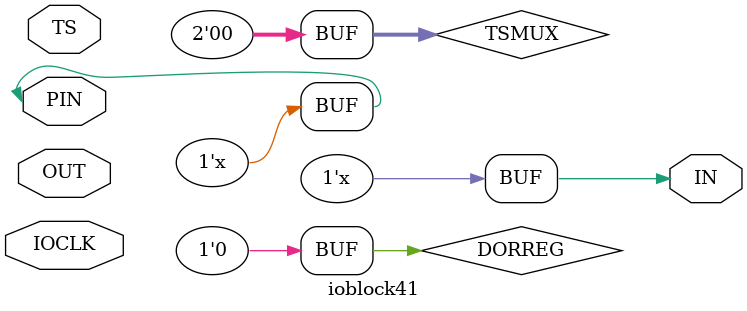
<source format=v>
module ioblock41(
	       inout  PIN,
	       input  TS,
	       input  OUT,
	       output IN,
	       input IOCLK
	       );
   
   reg 		     D;
   reg [2-1:0] 	     TSMUX;
   reg 		     DORREG;

   assign PIN = ( TSMUX == 2'b00 ) ? 1'bz : (( TSMUX == 2'b01 && TS == 1'b1 ) ? OUT : (( TSMUX == 2'b01 && TS == 1'b0 ) ? 1'bz : OUT));
   assign IN  = ( DORREG == 1'b0 ) ? PIN  : D;
   
   initial
     begin
	D=1'b0;
	TSMUX=2'b00;
	DORREG=1'b0;
     end
   
   always @(posedge IOCLK) D=PIN;
   
endmodule       

</source>
